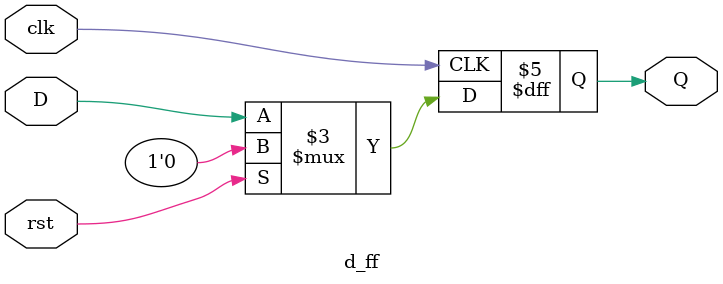
<source format=v>
module d_ff(
    input wire clk, rst, D,
    output reg Q
);

always @(posedge clk) begin
  if (rst) 
    Q <= 0;
    else Q <= D;
end

endmodule
</source>
